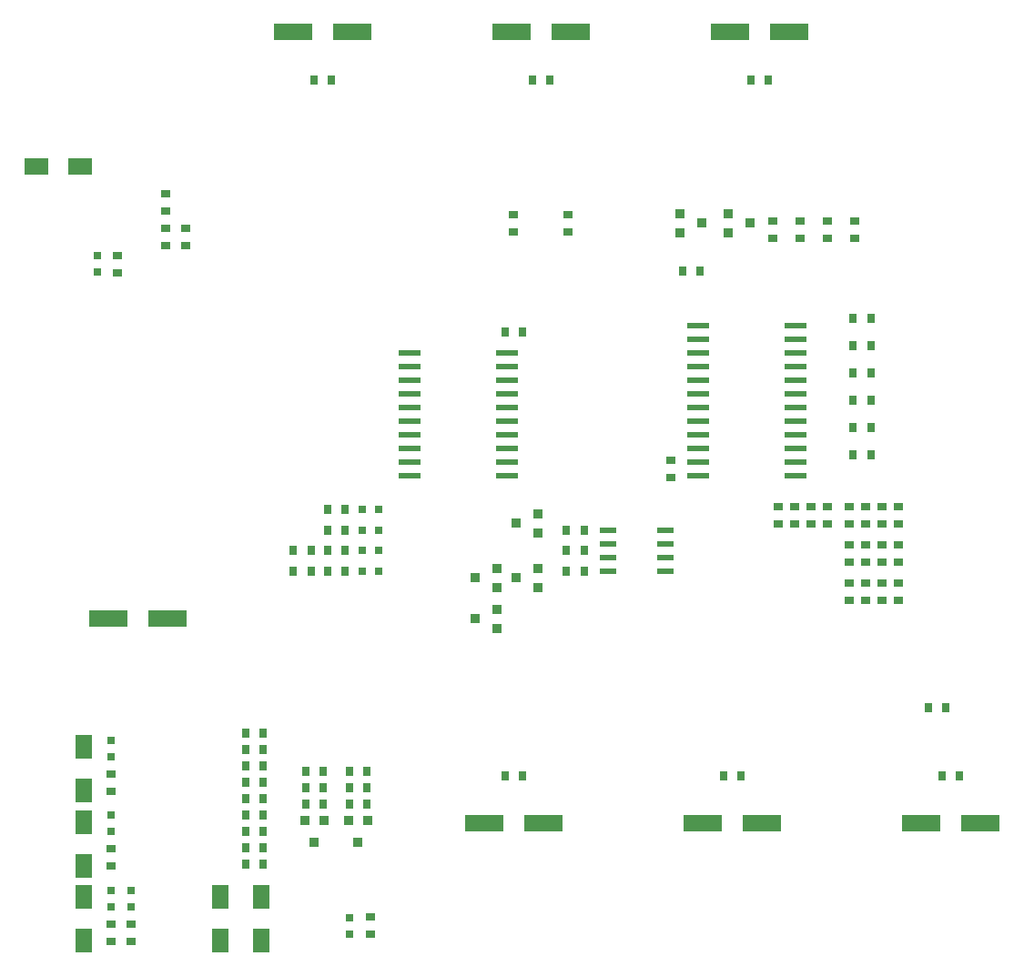
<source format=gtp>
G04 (created by PCBNEW (2013-07-07 BZR 4022)-stable) date 6/13/2014 10:53:15 AM*
%MOIN*%
G04 Gerber Fmt 3.4, Leading zero omitted, Abs format*
%FSLAX34Y34*%
G01*
G70*
G90*
G04 APERTURE LIST*
%ADD10C,0.00590551*%
%ADD11R,0.1417X0.063*%
%ADD12R,0.036X0.036*%
%ADD13R,0.0366142X0.0311024*%
%ADD14R,0.0311024X0.0366142*%
%ADD15R,0.0314961X0.0314961*%
%ADD16R,0.0787402X0.023622*%
%ADD17R,0.0629921X0.023622*%
%ADD18R,0.0610236X0.0866142*%
%ADD19R,0.0866142X0.0610236*%
G04 APERTURE END LIST*
G54D10*
G54D11*
X26583Y12500D03*
X24417Y12500D03*
X10667Y20000D03*
X12833Y20000D03*
X34583Y12500D03*
X32417Y12500D03*
X33417Y41500D03*
X35583Y41500D03*
X25417Y41500D03*
X27583Y41500D03*
X17417Y41500D03*
X19583Y41500D03*
X42583Y12500D03*
X40417Y12500D03*
G54D12*
X19450Y12600D03*
X20150Y12600D03*
X19800Y11800D03*
X17850Y12600D03*
X18550Y12600D03*
X18200Y11800D03*
X26400Y23850D03*
X26400Y23150D03*
X25600Y23500D03*
X24900Y20350D03*
X24900Y19650D03*
X24100Y20000D03*
X26400Y21850D03*
X26400Y21150D03*
X25600Y21500D03*
X33350Y34150D03*
X33350Y34850D03*
X34150Y34500D03*
X31600Y34150D03*
X31600Y34850D03*
X32400Y34500D03*
G54D13*
X13500Y33677D03*
X13500Y34322D03*
X25500Y34177D03*
X25500Y34822D03*
G54D14*
X40677Y16750D03*
X41322Y16750D03*
G54D13*
X27500Y34822D03*
X27500Y34177D03*
G54D14*
X16322Y12200D03*
X15677Y12200D03*
X16322Y14000D03*
X15677Y14000D03*
X16322Y15800D03*
X15677Y15800D03*
X17877Y14400D03*
X18522Y14400D03*
X19477Y14400D03*
X20122Y14400D03*
X17427Y22500D03*
X18072Y22500D03*
X38572Y26000D03*
X37927Y26000D03*
X38572Y27000D03*
X37927Y27000D03*
X38572Y28000D03*
X37927Y28000D03*
X38572Y29000D03*
X37927Y29000D03*
X38572Y30000D03*
X37927Y30000D03*
X38572Y31000D03*
X37927Y31000D03*
G54D13*
X38000Y34572D03*
X38000Y33927D03*
X37000Y34572D03*
X37000Y33927D03*
X36000Y34572D03*
X36000Y33927D03*
X35000Y34572D03*
X35000Y33927D03*
G54D14*
X31677Y32750D03*
X32322Y32750D03*
X18677Y22500D03*
X19322Y22500D03*
X18677Y24000D03*
X19322Y24000D03*
X20122Y13800D03*
X19477Y13800D03*
X18522Y13800D03*
X17877Y13800D03*
X15677Y13400D03*
X16322Y13400D03*
X15677Y15200D03*
X16322Y15200D03*
X15677Y11600D03*
X16322Y11600D03*
G54D13*
X12750Y34322D03*
X12750Y33677D03*
X11500Y8177D03*
X11500Y8822D03*
X20250Y9072D03*
X20250Y8427D03*
G54D14*
X18677Y21750D03*
X19322Y21750D03*
G54D13*
X39000Y24122D03*
X39000Y23477D03*
X36400Y23477D03*
X36400Y24122D03*
X39000Y22722D03*
X39000Y22077D03*
X39000Y21322D03*
X39000Y20677D03*
X39600Y21322D03*
X39600Y20677D03*
X10750Y13677D03*
X10750Y14322D03*
G54D14*
X17427Y21750D03*
X18072Y21750D03*
G54D13*
X11000Y32677D03*
X11000Y33322D03*
X10750Y10927D03*
X10750Y11572D03*
X10750Y8177D03*
X10750Y8822D03*
X37000Y23477D03*
X37000Y24122D03*
X39600Y23477D03*
X39600Y24122D03*
X39600Y22722D03*
X39600Y22077D03*
G54D14*
X18677Y23250D03*
X19322Y23250D03*
X34822Y39750D03*
X34177Y39750D03*
X18822Y39750D03*
X18177Y39750D03*
X26822Y39750D03*
X26177Y39750D03*
X41177Y14250D03*
X41822Y14250D03*
X33177Y14250D03*
X33822Y14250D03*
X25177Y14250D03*
X25822Y14250D03*
X27427Y22500D03*
X28072Y22500D03*
X27427Y23250D03*
X28072Y23250D03*
G54D15*
X20545Y22500D03*
X19954Y22500D03*
X20545Y24000D03*
X19954Y24000D03*
X20545Y21750D03*
X19954Y21750D03*
X11500Y10045D03*
X11500Y9454D03*
X19500Y9045D03*
X19500Y8454D03*
X10250Y33295D03*
X10250Y32704D03*
X10750Y10045D03*
X10750Y9454D03*
X10750Y15545D03*
X10750Y14954D03*
X10750Y12795D03*
X10750Y12204D03*
X20545Y23250D03*
X19954Y23250D03*
G54D13*
X31250Y25177D03*
X31250Y25822D03*
X38400Y21322D03*
X38400Y20677D03*
X38400Y22722D03*
X38400Y22077D03*
X35800Y23477D03*
X35800Y24122D03*
X38400Y24122D03*
X38400Y23477D03*
G54D14*
X25822Y30500D03*
X25177Y30500D03*
X28072Y21750D03*
X27427Y21750D03*
G54D13*
X35200Y23477D03*
X35200Y24122D03*
X37800Y22722D03*
X37800Y22077D03*
X37800Y24122D03*
X37800Y23477D03*
X37800Y21322D03*
X37800Y20677D03*
G54D16*
X21669Y29750D03*
X21669Y29250D03*
X21669Y28750D03*
X21669Y28250D03*
X21669Y27750D03*
X21669Y27250D03*
X21669Y26750D03*
X21669Y26250D03*
X21669Y25750D03*
X21669Y25250D03*
X25250Y25250D03*
X25250Y25750D03*
X25250Y26250D03*
X25250Y26750D03*
X25250Y27250D03*
X25250Y27750D03*
X25250Y28250D03*
X25250Y28750D03*
X25250Y29250D03*
X25250Y29750D03*
X35830Y25250D03*
X35830Y25750D03*
X35830Y26250D03*
X35830Y26750D03*
X35830Y27250D03*
X35830Y27750D03*
X35830Y28250D03*
X35830Y28750D03*
X35830Y29250D03*
X35830Y29750D03*
X35830Y30250D03*
X35830Y30750D03*
X32250Y30750D03*
X32250Y30250D03*
X32250Y29750D03*
X32250Y29250D03*
X32250Y28750D03*
X32250Y28250D03*
X32250Y27750D03*
X32250Y27250D03*
X32250Y26750D03*
X32250Y26250D03*
X32250Y25750D03*
X32250Y25250D03*
G54D17*
X31062Y21750D03*
X31062Y22250D03*
X31062Y22750D03*
X31062Y23250D03*
X28937Y23250D03*
X28937Y22750D03*
X28937Y22250D03*
X28937Y21750D03*
G54D14*
X15677Y11000D03*
X16322Y11000D03*
X15677Y12800D03*
X16322Y12800D03*
X15677Y14600D03*
X16322Y14600D03*
G54D13*
X12750Y35572D03*
X12750Y34927D03*
G54D14*
X19477Y13200D03*
X20122Y13200D03*
X17877Y13200D03*
X18522Y13200D03*
G54D12*
X24900Y21850D03*
X24900Y21150D03*
X24100Y21500D03*
G54D18*
X14750Y8192D03*
X14750Y9807D03*
X16250Y8192D03*
X16250Y9807D03*
X9750Y13692D03*
X9750Y15307D03*
X9750Y10942D03*
X9750Y12557D03*
G54D19*
X8011Y36574D03*
X9625Y36574D03*
G54D18*
X9750Y8192D03*
X9750Y9807D03*
M02*

</source>
